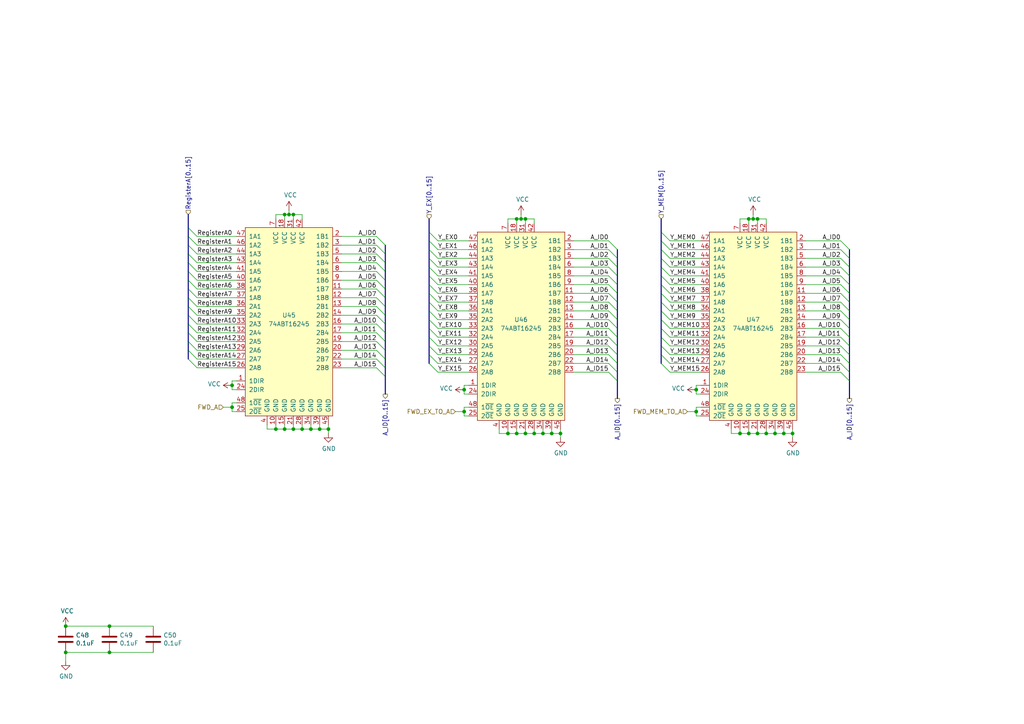
<source format=kicad_sch>
(kicad_sch (version 20230121) (generator eeschema)
  (paper "A4")
  (title_block (date "2023-11-20") (rev "A"))
  (lib_symbols
    (symbol "74xx (kicad5):74AHCT16245_ab" (pin_names (offset 1.016))
      (property "Reference" "U" (at 0 1.27 0))
      (property "Value" "74AHCT16245_ab" (at 0 -1.27 0))
      (symbol "74AHCT16245_ab_0_1"
        (rectangle (start -12.7 26.67) (end 12.7 -27.94) (fill (type background)))
      )
      (symbol "74AHCT16245_ab_1_1"
        (pin input line (at -15.24 -17.78 0) (length 2.54) (name "1DIR") (number "1"))
        (pin power_in line (at -3.81 -30.48 90) (length 2.54) (name "GND") (number "10"))
        (pin tri_state line (at 15.24 8.89 180) (length 2.54) (name "1B7") (number "11"))
        (pin tri_state line (at 15.24 6.35 180) (length 2.54) (name "1B8") (number "12"))
        (pin tri_state line (at 15.24 3.81 180) (length 2.54) (name "2B1") (number "13"))
        (pin tri_state line (at 15.24 1.27 180) (length 2.54) (name "2B2") (number "14"))
        (pin power_in line (at -1.27 -30.48 90) (length 2.54) (name "GND") (number "15"))
        (pin tri_state line (at 15.24 -1.27 180) (length 2.54) (name "2B3") (number "16"))
        (pin tri_state line (at 15.24 -3.81 180) (length 2.54) (name "2B4") (number "17"))
        (pin power_in line (at -1.27 29.21 270) (length 2.54) (name "VCC") (number "18"))
        (pin tri_state line (at 15.24 -6.35 180) (length 2.54) (name "2B5") (number "19"))
        (pin tri_state line (at 15.24 24.13 180) (length 2.54) (name "1B1") (number "2"))
        (pin tri_state line (at 15.24 -8.89 180) (length 2.54) (name "2B6") (number "20"))
        (pin power_in line (at 1.27 -30.48 90) (length 2.54) (name "GND") (number "21"))
        (pin tri_state line (at 15.24 -11.43 180) (length 2.54) (name "2B7") (number "22"))
        (pin tri_state line (at 15.24 -13.97 180) (length 2.54) (name "2B8") (number "23"))
        (pin input line (at -15.24 -20.32 0) (length 2.54) (name "2DIR") (number "24"))
        (pin input line (at -15.24 -26.67 0) (length 2.54) (name "2~{OE}") (number "25"))
        (pin input line (at -15.24 -13.97 0) (length 2.54) (name "2A8") (number "26"))
        (pin input line (at -15.24 -11.43 0) (length 2.54) (name "2A7") (number "27"))
        (pin power_in line (at 3.81 -30.48 90) (length 2.54) (name "GND") (number "28"))
        (pin input line (at -15.24 -8.89 0) (length 2.54) (name "2A6") (number "29"))
        (pin tri_state line (at 15.24 21.59 180) (length 2.54) (name "1B2") (number "3"))
        (pin input line (at -15.24 -6.35 0) (length 2.54) (name "2A5") (number "30"))
        (pin power_in line (at 1.27 29.21 270) (length 2.54) (name "VCC") (number "31"))
        (pin input line (at -15.24 -3.81 0) (length 2.54) (name "2A4") (number "32"))
        (pin input line (at -15.24 -1.27 0) (length 2.54) (name "2A3") (number "33"))
        (pin power_in line (at 6.35 -30.48 90) (length 2.54) (name "GND") (number "34"))
        (pin input line (at -15.24 1.27 0) (length 2.54) (name "2A2") (number "35"))
        (pin input line (at -15.24 3.81 0) (length 2.54) (name "2A1") (number "36"))
        (pin input line (at -15.24 6.35 0) (length 2.54) (name "1A8") (number "37"))
        (pin input line (at -15.24 8.89 0) (length 2.54) (name "1A7") (number "38"))
        (pin power_in line (at 8.89 -30.48 90) (length 2.54) (name "GND") (number "39"))
        (pin power_in line (at -6.35 -30.48 90) (length 2.54) (name "GND") (number "4"))
        (pin input line (at -15.24 11.43 0) (length 2.54) (name "1A6") (number "40"))
        (pin input line (at -15.24 13.97 0) (length 2.54) (name "1A5") (number "41"))
        (pin power_in line (at 3.81 29.21 270) (length 2.54) (name "VCC") (number "42"))
        (pin input line (at -15.24 16.51 0) (length 2.54) (name "1A4") (number "43"))
        (pin input line (at -15.24 19.05 0) (length 2.54) (name "1A3") (number "44"))
        (pin power_in line (at 11.43 -30.48 90) (length 2.54) (name "GND") (number "45"))
        (pin input line (at -15.24 21.59 0) (length 2.54) (name "1A2") (number "46"))
        (pin input line (at -15.24 24.13 0) (length 2.54) (name "1A1") (number "47"))
        (pin input line (at -15.24 -24.13 0) (length 2.54) (name "1~{OE}") (number "48"))
        (pin tri_state line (at 15.24 19.05 180) (length 2.54) (name "1B3") (number "5"))
        (pin tri_state line (at 15.24 16.51 180) (length 2.54) (name "1B4") (number "6"))
        (pin power_in line (at -3.81 29.21 270) (length 2.54) (name "VCC") (number "7"))
        (pin tri_state line (at 15.24 13.97 180) (length 2.54) (name "1B5") (number "8"))
        (pin tri_state line (at 15.24 11.43 180) (length 2.54) (name "1B6") (number "9"))
      )
    )
    (symbol "Device:C" (pin_numbers hide) (pin_names (offset 0.254))
      (property "Reference" "C" (at 0.635 2.54 0))
      (property "Value" "C" (at 0.635 -2.54 0))
      (symbol "C_0_1"
        (polyline (pts (xy -2.032 -0.762) (xy 2.032 -0.762)) (stroke (width 0.508)))
        (polyline (pts (xy -2.032 0.762) (xy 2.032 0.762)) (stroke (width 0.508)))
      )
      (symbol "C_1_1"
        (pin passive line (at 0 3.81 270) (length 2.794) (name "~") (number "1"))
        (pin passive line (at 0 -3.81 90) (length 2.794) (name "~") (number "2"))
      )
    )
    (symbol "power:GND" (power) (pin_names (offset 0))
      (property "Value" "GND" (at 0 -3.81 0))
      (symbol "GND_0_1"
        (polyline (pts (xy 0 0) (xy 0 -1.27) (xy 1.27 -1.27) (xy 0 -2.54) (xy -1.27 -1.27) (xy 0 -1.27)))
      )
      (symbol "GND_1_1"
        (pin power_in line (at 0 0 270) (length 0) hide (name "GND") (number "1"))
      )
    )
    (symbol "power:VCC" (power) (pin_names (offset 0))
      (property "Value" "VCC" (at 0 3.81 0))
      (symbol "VCC_0_1"
        (polyline (pts (xy -0.762 1.27) (xy 0 2.54)))
        (polyline (pts (xy 0 0) (xy 0 2.54)))
        (polyline (pts (xy 0 2.54) (xy 0.762 1.27)))
      )
      (symbol "VCC_1_1"
        (pin power_in line (at 0 0 90) (length 0) hide (name "VCC") (number "1"))
      )
    )
  )
  (junction (at 219.71 125.73))
  (junction (at 152.4 63.5))
  (junction (at 134.62 119.38))
  (junction (at 154.94 125.73))
  (junction (at 80.01 124.46))
  (junction (at 217.17 125.73))
  (junction (at 147.32 125.73))
  (junction (at 217.17 63.5))
  (junction (at 134.62 113.03))
  (junction (at 160.02 125.73))
  (junction (at 83.82 62.23))
  (junction (at 151.13 63.5))
  (junction (at 227.33 125.73))
  (junction (at 82.55 62.23))
  (junction (at 67.31 111.76))
  (junction (at 19.05 181.61))
  (junction (at 224.79 125.73))
  (junction (at 152.4 125.73))
  (junction (at 149.86 63.5))
  (junction (at 162.56 125.73))
  (junction (at 214.63 125.73))
  (junction (at 31.75 181.61))
  (junction (at 201.93 113.03))
  (junction (at 85.09 124.46))
  (junction (at 229.87 125.73))
  (junction (at 92.71 124.46))
  (junction (at 222.25 125.73))
  (junction (at 90.17 124.46))
  (junction (at 201.93 119.38))
  (junction (at 95.25 124.46))
  (junction (at 67.31 118.11))
  (junction (at 219.71 63.5))
  (junction (at 19.05 189.23))
  (junction (at 87.63 124.46))
  (junction (at 82.55 124.46))
  (junction (at 218.44 63.5))
  (junction (at 31.75 189.23))
  (junction (at 149.86 125.73))
  (junction (at 85.09 62.23))
  (junction (at 157.48 125.73))
  (bus_entry (at 194.31 95.25) (size -2.54 -2.54))
  (bus_entry (at 176.53 77.47) (size 2.54 2.54))
  (bus_entry (at 243.84 77.47) (size 2.54 2.54))
  (bus_entry (at 54.61 73.66) (size 2.54 2.54))
  (bus_entry (at 243.84 107.95) (size 2.54 2.54))
  (bus_entry (at 54.61 86.36) (size 2.54 2.54))
  (bus_entry (at 176.53 80.01) (size 2.54 2.54))
  (bus_entry (at 109.22 106.68) (size 2.54 2.54))
  (bus_entry (at 243.84 95.25) (size 2.54 2.54))
  (bus_entry (at 109.22 93.98) (size 2.54 2.54))
  (bus_entry (at 127 85.09) (size -2.54 -2.54))
  (bus_entry (at 176.53 85.09) (size 2.54 2.54))
  (bus_entry (at 127 95.25) (size -2.54 -2.54))
  (bus_entry (at 109.22 96.52) (size 2.54 2.54))
  (bus_entry (at 194.31 107.95) (size -2.54 -2.54))
  (bus_entry (at 109.22 68.58) (size 2.54 2.54))
  (bus_entry (at 194.31 69.85) (size -2.54 -2.54))
  (bus_entry (at 243.84 97.79) (size 2.54 2.54))
  (bus_entry (at 194.31 90.17) (size -2.54 -2.54))
  (bus_entry (at 243.84 100.33) (size 2.54 2.54))
  (bus_entry (at 127 102.87) (size -2.54 -2.54))
  (bus_entry (at 127 87.63) (size -2.54 -2.54))
  (bus_entry (at 54.61 93.98) (size 2.54 2.54))
  (bus_entry (at 176.53 69.85) (size 2.54 2.54))
  (bus_entry (at 194.31 74.93) (size -2.54 -2.54))
  (bus_entry (at 243.84 74.93) (size 2.54 2.54))
  (bus_entry (at 176.53 72.39) (size 2.54 2.54))
  (bus_entry (at 109.22 91.44) (size 2.54 2.54))
  (bus_entry (at 127 90.17) (size -2.54 -2.54))
  (bus_entry (at 194.31 72.39) (size -2.54 -2.54))
  (bus_entry (at 176.53 90.17) (size 2.54 2.54))
  (bus_entry (at 127 77.47) (size -2.54 -2.54))
  (bus_entry (at 243.84 105.41) (size 2.54 2.54))
  (bus_entry (at 127 80.01) (size -2.54 -2.54))
  (bus_entry (at 54.61 91.44) (size 2.54 2.54))
  (bus_entry (at 243.84 69.85) (size 2.54 2.54))
  (bus_entry (at 176.53 100.33) (size 2.54 2.54))
  (bus_entry (at 194.31 105.41) (size -2.54 -2.54))
  (bus_entry (at 243.84 82.55) (size 2.54 2.54))
  (bus_entry (at 54.61 68.58) (size 2.54 2.54))
  (bus_entry (at 194.31 102.87) (size -2.54 -2.54))
  (bus_entry (at 109.22 76.2) (size 2.54 2.54))
  (bus_entry (at 127 92.71) (size -2.54 -2.54))
  (bus_entry (at 194.31 100.33) (size -2.54 -2.54))
  (bus_entry (at 54.61 104.14) (size 2.54 2.54))
  (bus_entry (at 243.84 90.17) (size 2.54 2.54))
  (bus_entry (at 54.61 76.2) (size 2.54 2.54))
  (bus_entry (at 127 100.33) (size -2.54 -2.54))
  (bus_entry (at 194.31 85.09) (size -2.54 -2.54))
  (bus_entry (at 54.61 83.82) (size 2.54 2.54))
  (bus_entry (at 176.53 87.63) (size 2.54 2.54))
  (bus_entry (at 127 74.93) (size -2.54 -2.54))
  (bus_entry (at 176.53 92.71) (size 2.54 2.54))
  (bus_entry (at 176.53 82.55) (size 2.54 2.54))
  (bus_entry (at 127 97.79) (size -2.54 -2.54))
  (bus_entry (at 194.31 77.47) (size -2.54 -2.54))
  (bus_entry (at 194.31 82.55) (size -2.54 -2.54))
  (bus_entry (at 109.22 78.74) (size 2.54 2.54))
  (bus_entry (at 127 105.41) (size -2.54 -2.54))
  (bus_entry (at 109.22 83.82) (size 2.54 2.54))
  (bus_entry (at 109.22 81.28) (size 2.54 2.54))
  (bus_entry (at 243.84 92.71) (size 2.54 2.54))
  (bus_entry (at 109.22 99.06) (size 2.54 2.54))
  (bus_entry (at 194.31 87.63) (size -2.54 -2.54))
  (bus_entry (at 127 69.85) (size -2.54 -2.54))
  (bus_entry (at 194.31 97.79) (size -2.54 -2.54))
  (bus_entry (at 127 107.95) (size -2.54 -2.54))
  (bus_entry (at 127 72.39) (size -2.54 -2.54))
  (bus_entry (at 176.53 105.41) (size 2.54 2.54))
  (bus_entry (at 54.61 66.04) (size 2.54 2.54))
  (bus_entry (at 54.61 101.6) (size 2.54 2.54))
  (bus_entry (at 176.53 97.79) (size 2.54 2.54))
  (bus_entry (at 176.53 102.87) (size 2.54 2.54))
  (bus_entry (at 109.22 71.12) (size 2.54 2.54))
  (bus_entry (at 109.22 101.6) (size 2.54 2.54))
  (bus_entry (at 54.61 96.52) (size 2.54 2.54))
  (bus_entry (at 194.31 92.71) (size -2.54 -2.54))
  (bus_entry (at 54.61 88.9) (size 2.54 2.54))
  (bus_entry (at 243.84 80.01) (size 2.54 2.54))
  (bus_entry (at 194.31 80.01) (size -2.54 -2.54))
  (bus_entry (at 109.22 88.9) (size 2.54 2.54))
  (bus_entry (at 176.53 107.95) (size 2.54 2.54))
  (bus_entry (at 243.84 72.39) (size 2.54 2.54))
  (bus_entry (at 243.84 85.09) (size 2.54 2.54))
  (bus_entry (at 54.61 81.28) (size 2.54 2.54))
  (bus_entry (at 243.84 87.63) (size 2.54 2.54))
  (bus_entry (at 243.84 102.87) (size 2.54 2.54))
  (bus_entry (at 176.53 74.93) (size 2.54 2.54))
  (bus_entry (at 54.61 78.74) (size 2.54 2.54))
  (bus_entry (at 127 82.55) (size -2.54 -2.54))
  (bus_entry (at 109.22 86.36) (size 2.54 2.54))
  (bus_entry (at 54.61 99.06) (size 2.54 2.54))
  (bus_entry (at 176.53 95.25) (size 2.54 2.54))
  (bus_entry (at 109.22 73.66) (size 2.54 2.54))
  (bus_entry (at 109.22 104.14) (size 2.54 2.54))
  (bus_entry (at 54.61 71.12) (size 2.54 2.54))
  (wire (pts (xy 77.47 124.46) (xy 80.01 124.46)))
  (wire (pts (xy 67.31 118.11) (xy 64.77 118.11)))
  (wire (pts (xy 87.63 62.23) (xy 87.63 63.5)))
  (wire (pts (xy 80.01 123.19) (xy 80.01 124.46)))
  (wire (pts (xy 224.79 125.73) (xy 227.33 125.73)))
  (wire (pts (xy 176.53 95.25) (xy 166.37 95.25)))
  (bus (pts (xy 124.46 85.09) (xy 124.46 87.63)))
  (wire (pts (xy 218.44 62.23) (xy 218.44 63.5)))
  (bus (pts (xy 246.38 95.25) (xy 246.38 97.79)))
  (bus (pts (xy 179.07 72.39) (xy 179.07 74.93)))
  (wire (pts (xy 243.84 95.25) (xy 233.68 95.25)))
  (wire (pts (xy 212.09 124.46) (xy 212.09 125.73)))
  (wire (pts (xy 194.31 100.33) (xy 203.2 100.33)))
  (wire (pts (xy 57.15 83.82) (xy 68.58 83.82)))
  (bus (pts (xy 191.77 85.09) (xy 191.77 87.63)))
  (wire (pts (xy 57.15 68.58) (xy 68.58 68.58)))
  (wire (pts (xy 109.22 101.6) (xy 99.06 101.6)))
  (wire (pts (xy 57.15 73.66) (xy 68.58 73.66)))
  (bus (pts (xy 54.61 88.9) (xy 54.61 91.44)))
  (bus (pts (xy 191.77 95.25) (xy 191.77 97.79)))
  (wire (pts (xy 109.22 86.36) (xy 99.06 86.36)))
  (wire (pts (xy 127 97.79) (xy 135.89 97.79)))
  (wire (pts (xy 214.63 63.5) (xy 217.17 63.5)))
  (bus (pts (xy 54.61 68.58) (xy 54.61 71.12)))
  (wire (pts (xy 80.01 62.23) (xy 82.55 62.23)))
  (wire (pts (xy 92.71 124.46) (xy 92.71 123.19)))
  (wire (pts (xy 57.15 88.9) (xy 68.58 88.9)))
  (bus (pts (xy 179.07 85.09) (xy 179.07 87.63)))
  (bus (pts (xy 54.61 86.36) (xy 54.61 88.9)))
  (wire (pts (xy 151.13 62.23) (xy 151.13 63.5)))
  (wire (pts (xy 201.93 118.11) (xy 201.93 119.38)))
  (wire (pts (xy 147.32 64.77) (xy 147.32 63.5)))
  (bus (pts (xy 246.38 105.41) (xy 246.38 107.95)))
  (wire (pts (xy 82.55 62.23) (xy 83.82 62.23)))
  (wire (pts (xy 201.93 113.03) (xy 201.93 114.3)))
  (wire (pts (xy 80.01 63.5) (xy 80.01 62.23)))
  (wire (pts (xy 85.09 124.46) (xy 85.09 123.19)))
  (wire (pts (xy 67.31 110.49) (xy 67.31 111.76)))
  (wire (pts (xy 134.62 119.38) (xy 134.62 120.65)))
  (wire (pts (xy 67.31 111.76) (xy 67.31 113.03)))
  (bus (pts (xy 124.46 67.31) (xy 124.46 69.85)))
  (wire (pts (xy 83.82 60.96) (xy 83.82 62.23)))
  (wire (pts (xy 151.13 63.5) (xy 152.4 63.5)))
  (bus (pts (xy 246.38 102.87) (xy 246.38 105.41)))
  (wire (pts (xy 217.17 125.73) (xy 219.71 125.73)))
  (bus (pts (xy 111.76 76.2) (xy 111.76 78.74)))
  (wire (pts (xy 214.63 124.46) (xy 214.63 125.73)))
  (wire (pts (xy 19.05 191.77) (xy 19.05 189.23)))
  (wire (pts (xy 80.01 124.46) (xy 82.55 124.46)))
  (bus (pts (xy 124.46 92.71) (xy 124.46 95.25)))
  (bus (pts (xy 191.77 102.87) (xy 191.77 105.41)))
  (bus (pts (xy 179.07 105.41) (xy 179.07 107.95)))
  (wire (pts (xy 134.62 118.11) (xy 134.62 119.38)))
  (wire (pts (xy 176.53 82.55) (xy 166.37 82.55)))
  (bus (pts (xy 191.77 100.33) (xy 191.77 102.87)))
  (bus (pts (xy 124.46 102.87) (xy 124.46 105.41)))
  (wire (pts (xy 109.22 104.14) (xy 99.06 104.14)))
  (wire (pts (xy 90.17 124.46) (xy 87.63 124.46)))
  (wire (pts (xy 224.79 125.73) (xy 222.25 125.73)))
  (wire (pts (xy 154.94 63.5) (xy 154.94 64.77)))
  (bus (pts (xy 111.76 96.52) (xy 111.76 99.06)))
  (wire (pts (xy 222.25 63.5) (xy 222.25 64.77)))
  (wire (pts (xy 243.84 74.93) (xy 233.68 74.93)))
  (bus (pts (xy 179.07 82.55) (xy 179.07 85.09)))
  (wire (pts (xy 109.22 99.06) (xy 99.06 99.06)))
  (wire (pts (xy 57.15 91.44) (xy 68.58 91.44)))
  (wire (pts (xy 109.22 71.12) (xy 99.06 71.12)))
  (bus (pts (xy 246.38 80.01) (xy 246.38 82.55)))
  (wire (pts (xy 90.17 124.46) (xy 90.17 123.19)))
  (bus (pts (xy 124.46 63.5) (xy 124.46 67.31)))
  (bus (pts (xy 54.61 99.06) (xy 54.61 101.6)))
  (wire (pts (xy 92.71 124.46) (xy 95.25 124.46)))
  (wire (pts (xy 243.84 102.87) (xy 233.68 102.87)))
  (wire (pts (xy 243.84 92.71) (xy 233.68 92.71)))
  (wire (pts (xy 134.62 111.76) (xy 134.62 113.03)))
  (wire (pts (xy 194.31 69.85) (xy 203.2 69.85)))
  (bus (pts (xy 191.77 97.79) (xy 191.77 100.33)))
  (bus (pts (xy 246.38 92.71) (xy 246.38 95.25)))
  (wire (pts (xy 176.53 90.17) (xy 166.37 90.17)))
  (bus (pts (xy 179.07 102.87) (xy 179.07 105.41)))
  (bus (pts (xy 246.38 85.09) (xy 246.38 87.63)))
  (wire (pts (xy 109.22 83.82) (xy 99.06 83.82)))
  (wire (pts (xy 87.63 124.46) (xy 85.09 124.46)))
  (bus (pts (xy 111.76 106.68) (xy 111.76 109.22)))
  (bus (pts (xy 111.76 73.66) (xy 111.76 76.2)))
  (wire (pts (xy 176.53 77.47) (xy 166.37 77.47)))
  (wire (pts (xy 201.93 111.76) (xy 201.93 113.03)))
  (wire (pts (xy 134.62 120.65) (xy 135.89 120.65)))
  (wire (pts (xy 85.09 62.23) (xy 87.63 62.23)))
  (wire (pts (xy 176.53 107.95) (xy 166.37 107.95)))
  (wire (pts (xy 194.31 90.17) (xy 203.2 90.17)))
  (wire (pts (xy 201.93 119.38) (xy 201.93 120.65)))
  (wire (pts (xy 147.32 63.5) (xy 149.86 63.5)))
  (wire (pts (xy 134.62 119.38) (xy 132.08 119.38)))
  (wire (pts (xy 149.86 124.46) (xy 149.86 125.73)))
  (wire (pts (xy 44.45 189.23) (xy 31.75 189.23)))
  (wire (pts (xy 77.47 123.19) (xy 77.47 124.46)))
  (wire (pts (xy 222.25 125.73) (xy 219.71 125.73)))
  (wire (pts (xy 229.87 125.73) (xy 229.87 124.46)))
  (bus (pts (xy 111.76 71.12) (xy 111.76 73.66)))
  (wire (pts (xy 219.71 64.77) (xy 219.71 63.5)))
  (bus (pts (xy 124.46 87.63) (xy 124.46 90.17)))
  (wire (pts (xy 152.4 63.5) (xy 154.94 63.5)))
  (wire (pts (xy 243.84 107.95) (xy 233.68 107.95)))
  (bus (pts (xy 246.38 72.39) (xy 246.38 74.93)))
  (wire (pts (xy 243.84 85.09) (xy 233.68 85.09)))
  (bus (pts (xy 111.76 99.06) (xy 111.76 101.6)))
  (bus (pts (xy 54.61 62.23) (xy 54.61 66.04)))
  (bus (pts (xy 179.07 87.63) (xy 179.07 90.17)))
  (wire (pts (xy 243.84 105.41) (xy 233.68 105.41)))
  (wire (pts (xy 157.48 125.73) (xy 154.94 125.73)))
  (wire (pts (xy 176.53 97.79) (xy 166.37 97.79)))
  (wire (pts (xy 154.94 125.73) (xy 152.4 125.73)))
  (wire (pts (xy 194.31 72.39) (xy 203.2 72.39)))
  (wire (pts (xy 127 72.39) (xy 135.89 72.39)))
  (bus (pts (xy 111.76 91.44) (xy 111.76 93.98)))
  (wire (pts (xy 219.71 63.5) (xy 222.25 63.5)))
  (bus (pts (xy 54.61 91.44) (xy 54.61 93.98)))
  (bus (pts (xy 124.46 82.55) (xy 124.46 85.09)))
  (wire (pts (xy 154.94 125.73) (xy 154.94 124.46)))
  (wire (pts (xy 176.53 105.41) (xy 166.37 105.41)))
  (wire (pts (xy 160.02 125.73) (xy 160.02 124.46)))
  (bus (pts (xy 54.61 71.12) (xy 54.61 73.66)))
  (bus (pts (xy 111.76 81.28) (xy 111.76 83.82)))
  (bus (pts (xy 111.76 88.9) (xy 111.76 91.44)))
  (wire (pts (xy 57.15 96.52) (xy 68.58 96.52)))
  (wire (pts (xy 194.31 80.01) (xy 203.2 80.01)))
  (bus (pts (xy 246.38 82.55) (xy 246.38 85.09)))
  (bus (pts (xy 246.38 110.49) (xy 246.38 115.57)))
  (bus (pts (xy 179.07 77.47) (xy 179.07 80.01)))
  (wire (pts (xy 90.17 124.46) (xy 92.71 124.46)))
  (wire (pts (xy 127 80.01) (xy 135.89 80.01)))
  (wire (pts (xy 67.31 116.84) (xy 67.31 118.11)))
  (bus (pts (xy 246.38 90.17) (xy 246.38 92.71)))
  (wire (pts (xy 219.71 125.73) (xy 219.71 124.46)))
  (wire (pts (xy 147.32 124.46) (xy 147.32 125.73)))
  (bus (pts (xy 246.38 97.79) (xy 246.38 100.33)))
  (wire (pts (xy 127 90.17) (xy 135.89 90.17)))
  (wire (pts (xy 135.89 118.11) (xy 134.62 118.11)))
  (bus (pts (xy 111.76 104.14) (xy 111.76 106.68)))
  (wire (pts (xy 227.33 125.73) (xy 229.87 125.73)))
  (wire (pts (xy 194.31 102.87) (xy 203.2 102.87)))
  (wire (pts (xy 147.32 125.73) (xy 149.86 125.73)))
  (wire (pts (xy 31.75 189.23) (xy 19.05 189.23)))
  (wire (pts (xy 67.31 113.03) (xy 68.58 113.03)))
  (wire (pts (xy 243.84 90.17) (xy 233.68 90.17)))
  (wire (pts (xy 127 92.71) (xy 135.89 92.71)))
  (bus (pts (xy 191.77 77.47) (xy 191.77 80.01)))
  (wire (pts (xy 67.31 119.38) (xy 68.58 119.38)))
  (wire (pts (xy 127 82.55) (xy 135.89 82.55)))
  (wire (pts (xy 149.86 125.73) (xy 152.4 125.73)))
  (wire (pts (xy 95.25 125.73) (xy 95.25 124.46)))
  (wire (pts (xy 109.22 76.2) (xy 99.06 76.2)))
  (bus (pts (xy 179.07 74.93) (xy 179.07 77.47)))
  (wire (pts (xy 176.53 80.01) (xy 166.37 80.01)))
  (bus (pts (xy 191.77 67.31) (xy 191.77 69.85)))
  (wire (pts (xy 243.84 97.79) (xy 233.68 97.79)))
  (wire (pts (xy 217.17 124.46) (xy 217.17 125.73)))
  (wire (pts (xy 109.22 88.9) (xy 99.06 88.9)))
  (wire (pts (xy 82.55 124.46) (xy 85.09 124.46)))
  (wire (pts (xy 176.53 69.85) (xy 166.37 69.85)))
  (bus (pts (xy 124.46 80.01) (xy 124.46 82.55)))
  (wire (pts (xy 157.48 125.73) (xy 160.02 125.73)))
  (wire (pts (xy 144.78 125.73) (xy 147.32 125.73)))
  (bus (pts (xy 179.07 100.33) (xy 179.07 102.87)))
  (wire (pts (xy 160.02 125.73) (xy 162.56 125.73)))
  (wire (pts (xy 194.31 92.71) (xy 203.2 92.71)))
  (wire (pts (xy 127 107.95) (xy 135.89 107.95)))
  (bus (pts (xy 111.76 109.22) (xy 111.76 114.3)))
  (wire (pts (xy 68.58 110.49) (xy 67.31 110.49)))
  (wire (pts (xy 57.15 81.28) (xy 68.58 81.28)))
  (bus (pts (xy 54.61 83.82) (xy 54.61 86.36)))
  (wire (pts (xy 212.09 125.73) (xy 214.63 125.73)))
  (bus (pts (xy 54.61 101.6) (xy 54.61 104.14)))
  (wire (pts (xy 227.33 125.73) (xy 227.33 124.46)))
  (wire (pts (xy 68.58 116.84) (xy 67.31 116.84)))
  (wire (pts (xy 95.25 124.46) (xy 95.25 123.19)))
  (bus (pts (xy 124.46 77.47) (xy 124.46 80.01)))
  (bus (pts (xy 246.38 74.93) (xy 246.38 77.47)))
  (wire (pts (xy 218.44 63.5) (xy 219.71 63.5)))
  (wire (pts (xy 109.22 68.58) (xy 99.06 68.58)))
  (bus (pts (xy 179.07 110.49) (xy 179.07 115.57)))
  (wire (pts (xy 162.56 127) (xy 162.56 125.73)))
  (bus (pts (xy 191.77 82.55) (xy 191.77 85.09)))
  (bus (pts (xy 246.38 77.47) (xy 246.38 80.01)))
  (wire (pts (xy 194.31 107.95) (xy 203.2 107.95)))
  (wire (pts (xy 224.79 125.73) (xy 224.79 124.46)))
  (wire (pts (xy 85.09 63.5) (xy 85.09 62.23)))
  (wire (pts (xy 19.05 181.61) (xy 31.75 181.61)))
  (wire (pts (xy 229.87 127) (xy 229.87 125.73)))
  (wire (pts (xy 134.62 113.03) (xy 134.62 114.3)))
  (wire (pts (xy 57.15 76.2) (xy 68.58 76.2)))
  (wire (pts (xy 127 87.63) (xy 135.89 87.63)))
  (wire (pts (xy 176.53 74.93) (xy 166.37 74.93)))
  (wire (pts (xy 57.15 78.74) (xy 68.58 78.74)))
  (wire (pts (xy 176.53 87.63) (xy 166.37 87.63)))
  (wire (pts (xy 82.55 123.19) (xy 82.55 124.46)))
  (bus (pts (xy 111.76 83.82) (xy 111.76 86.36)))
  (wire (pts (xy 127 95.25) (xy 135.89 95.25)))
  (bus (pts (xy 191.77 90.17) (xy 191.77 92.71)))
  (wire (pts (xy 243.84 100.33) (xy 233.68 100.33)))
  (wire (pts (xy 243.84 82.55) (xy 233.68 82.55)))
  (wire (pts (xy 203.2 111.76) (xy 201.93 111.76)))
  (wire (pts (xy 194.31 85.09) (xy 203.2 85.09)))
  (wire (pts (xy 214.63 125.73) (xy 217.17 125.73)))
  (bus (pts (xy 191.77 63.5) (xy 191.77 67.31)))
  (bus (pts (xy 179.07 107.95) (xy 179.07 110.49)))
  (bus (pts (xy 191.77 72.39) (xy 191.77 74.93)))
  (wire (pts (xy 194.31 87.63) (xy 203.2 87.63)))
  (wire (pts (xy 135.89 111.76) (xy 134.62 111.76)))
  (bus (pts (xy 124.46 97.79) (xy 124.46 100.33)))
  (bus (pts (xy 54.61 93.98) (xy 54.61 96.52)))
  (bus (pts (xy 111.76 101.6) (xy 111.76 104.14)))
  (wire (pts (xy 31.75 181.61) (xy 44.45 181.61)))
  (wire (pts (xy 127 74.93) (xy 135.89 74.93)))
  (wire (pts (xy 109.22 81.28) (xy 99.06 81.28)))
  (bus (pts (xy 124.46 95.25) (xy 124.46 97.79)))
  (wire (pts (xy 67.31 118.11) (xy 67.31 119.38)))
  (bus (pts (xy 179.07 90.17) (xy 179.07 92.71)))
  (bus (pts (xy 124.46 90.17) (xy 124.46 92.71)))
  (wire (pts (xy 134.62 114.3) (xy 135.89 114.3)))
  (wire (pts (xy 214.63 64.77) (xy 214.63 63.5)))
  (wire (pts (xy 201.93 119.38) (xy 199.39 119.38)))
  (wire (pts (xy 176.53 100.33) (xy 166.37 100.33)))
  (bus (pts (xy 111.76 93.98) (xy 111.76 96.52)))
  (bus (pts (xy 191.77 92.71) (xy 191.77 95.25)))
  (wire (pts (xy 109.22 78.74) (xy 99.06 78.74)))
  (bus (pts (xy 124.46 74.93) (xy 124.46 77.47)))
  (wire (pts (xy 82.55 63.5) (xy 82.55 62.23)))
  (wire (pts (xy 109.22 93.98) (xy 99.06 93.98)))
  (wire (pts (xy 109.22 106.68) (xy 99.06 106.68)))
  (bus (pts (xy 54.61 73.66) (xy 54.61 76.2)))
  (wire (pts (xy 127 102.87) (xy 135.89 102.87)))
  (bus (pts (xy 191.77 69.85) (xy 191.77 72.39)))
  (wire (pts (xy 203.2 118.11) (xy 201.93 118.11)))
  (wire (pts (xy 57.15 101.6) (xy 68.58 101.6)))
  (wire (pts (xy 194.31 77.47) (xy 203.2 77.47)))
  (wire (pts (xy 149.86 63.5) (xy 151.13 63.5)))
  (wire (pts (xy 194.31 97.79) (xy 203.2 97.79)))
  (bus (pts (xy 54.61 66.04) (xy 54.61 68.58)))
  (bus (pts (xy 179.07 80.01) (xy 179.07 82.55)))
  (wire (pts (xy 57.15 71.12) (xy 68.58 71.12)))
  (wire (pts (xy 57.15 106.68) (xy 68.58 106.68)))
  (bus (pts (xy 191.77 80.01) (xy 191.77 82.55)))
  (wire (pts (xy 162.56 125.73) (xy 162.56 124.46)))
  (wire (pts (xy 194.31 82.55) (xy 203.2 82.55)))
  (bus (pts (xy 54.61 76.2) (xy 54.61 78.74)))
  (wire (pts (xy 176.53 85.09) (xy 166.37 85.09)))
  (wire (pts (xy 144.78 124.46) (xy 144.78 125.73)))
  (bus (pts (xy 179.07 92.71) (xy 179.07 95.25)))
  (wire (pts (xy 152.4 64.77) (xy 152.4 63.5)))
  (wire (pts (xy 127 77.47) (xy 135.89 77.47)))
  (wire (pts (xy 57.15 86.36) (xy 68.58 86.36)))
  (wire (pts (xy 127 85.09) (xy 135.89 85.09)))
  (wire (pts (xy 176.53 102.87) (xy 166.37 102.87)))
  (bus (pts (xy 54.61 96.52) (xy 54.61 99.06)))
  (bus (pts (xy 246.38 107.95) (xy 246.38 110.49)))
  (wire (pts (xy 243.84 80.01) (xy 233.68 80.01)))
  (wire (pts (xy 176.53 72.39) (xy 166.37 72.39)))
  (wire (pts (xy 157.48 125.73) (xy 157.48 124.46)))
  (wire (pts (xy 83.82 62.23) (xy 85.09 62.23)))
  (wire (pts (xy 127 100.33) (xy 135.89 100.33)))
  (bus (pts (xy 191.77 87.63) (xy 191.77 90.17)))
  (wire (pts (xy 217.17 64.77) (xy 217.17 63.5)))
  (wire (pts (xy 201.93 120.65) (xy 203.2 120.65)))
  (wire (pts (xy 217.17 63.5) (xy 218.44 63.5)))
  (wire (pts (xy 243.84 77.47) (xy 233.68 77.47)))
  (bus (pts (xy 191.77 74.93) (xy 191.77 77.47)))
  (wire (pts (xy 194.31 74.93) (xy 203.2 74.93)))
  (bus (pts (xy 54.61 81.28) (xy 54.61 83.82)))
  (wire (pts (xy 109.22 73.66) (xy 99.06 73.66)))
  (wire (pts (xy 243.84 72.39) (xy 233.68 72.39)))
  (wire (pts (xy 222.25 125.73) (xy 222.25 124.46)))
  (wire (pts (xy 176.53 92.71) (xy 166.37 92.71)))
  (bus (pts (xy 111.76 78.74) (xy 111.76 81.28)))
  (wire (pts (xy 194.31 105.41) (xy 203.2 105.41)))
  (wire (pts (xy 194.31 95.25) (xy 203.2 95.25)))
  (wire (pts (xy 109.22 96.52) (xy 99.06 96.52)))
  (wire (pts (xy 127 105.41) (xy 135.89 105.41)))
  (wire (pts (xy 87.63 124.46) (xy 87.63 123.19)))
  (wire (pts (xy 243.84 69.85) (xy 233.68 69.85)))
  (wire (pts (xy 57.15 104.14) (xy 68.58 104.14)))
  (wire (pts (xy 57.15 99.06) (xy 68.58 99.06)))
  (bus (pts (xy 246.38 100.33) (xy 246.38 102.87)))
  (bus (pts (xy 124.46 100.33) (xy 124.46 102.87)))
  (bus (pts (xy 179.07 97.79) (xy 179.07 100.33)))
  (wire (pts (xy 127 69.85) (xy 135.89 69.85)))
  (wire (pts (xy 149.86 64.77) (xy 149.86 63.5)))
  (bus (pts (xy 54.61 78.74) (xy 54.61 81.28)))
  (wire (pts (xy 201.93 114.3) (xy 203.2 114.3)))
  (bus (pts (xy 246.38 87.63) (xy 246.38 90.17)))
  (wire (pts (xy 57.15 93.98) (xy 68.58 93.98)))
  (bus (pts (xy 111.76 86.36) (xy 111.76 88.9)))
  (wire (pts (xy 109.22 91.44) (xy 99.06 91.44)))
  (wire (pts (xy 243.84 87.63) (xy 233.68 87.63)))
  (wire (pts (xy 152.4 125.73) (xy 152.4 124.46)))
  (bus (pts (xy 124.46 72.39) (xy 124.46 74.93)))
  (bus (pts (xy 179.07 95.25) (xy 179.07 97.79)))
  (bus (pts (xy 124.46 69.85) (xy 124.46 72.39)))
  (label "RegisterA4" (at 57.15 78.74 0))
  (label "RegisterA3" (at 57.15 76.2 0))
  (label "RegisterA5" (at 57.15 81.28 0))
  (label "A_ID10" (at 176.53 95.25 180))
  (label "A_ID0" (at 176.53 69.85 180))
  (label "A_ID8" (at 176.53 90.17 180))
  (label "A_ID13" (at 243.84 102.87 180))
  (label "Y_MEM13" (at 194.31 102.87 0))
  (label "RegisterA8" (at 57.15 88.9 0))
  (label "Y_EX8" (at 127 90.17 0))
  (label "A_ID3" (at 176.53 77.47 180))
  (label "Y_MEM11" (at 194.31 97.79 0))
  (label "A_ID15" (at 109.22 106.68 180))
  (label "A_ID10" (at 243.84 95.25 180))
  (label "Y_MEM1" (at 194.31 72.39 0))
  (label "A_ID15" (at 176.53 107.95 180))
  (label "Y_MEM14" (at 194.31 105.41 0))
  (label "A_ID14" (at 243.84 105.41 180))
  (label "A_ID9" (at 109.22 91.44 180))
  (label "A_ID6" (at 109.22 83.82 180))
  (label "A_ID6" (at 176.53 85.09 180))
  (label "RegisterA0" (at 57.15 68.58 0))
  (label "A_ID9" (at 243.84 92.71 180))
  (label "RegisterA11" (at 57.15 96.52 0))
  (label "Y_EX10" (at 127 95.25 0))
  (label "Y_EX0" (at 127 69.85 0))
  (label "A_ID4" (at 243.84 80.01 180))
  (label "Y_EX4" (at 127 80.01 0))
  (label "Y_MEM4" (at 194.31 80.01 0))
  (label "Y_EX12" (at 127 100.33 0))
  (label "Y_EX5" (at 127 82.55 0))
  (label "A_ID1" (at 243.84 72.39 180))
  (label "A_ID3" (at 109.22 76.2 180))
  (label "A_ID12" (at 109.22 99.06 180))
  (label "A_ID2" (at 243.84 74.93 180))
  (label "A_ID13" (at 176.53 102.87 180))
  (label "A_ID1" (at 176.53 72.39 180))
  (label "Y_MEM8" (at 194.31 90.17 0))
  (label "Y_EX15" (at 127 107.95 0))
  (label "Y_EX11" (at 127 97.79 0))
  (label "A_ID7" (at 109.22 86.36 180))
  (label "A_ID2" (at 109.22 73.66 180))
  (label "Y_EX7" (at 127 87.63 0))
  (label "A_ID7" (at 243.84 87.63 180))
  (label "RegisterA7" (at 57.15 86.36 0))
  (label "Y_MEM7" (at 194.31 87.63 0))
  (label "Y_MEM9" (at 194.31 92.71 0))
  (label "Y_MEM15" (at 194.31 107.95 0))
  (label "A_ID1" (at 109.22 71.12 180))
  (label "RegisterA15" (at 57.15 106.68 0))
  (label "A_ID5" (at 243.84 82.55 180))
  (label "RegisterA6" (at 57.15 83.82 0))
  (label "A_ID6" (at 243.84 85.09 180))
  (label "RegisterA9" (at 57.15 91.44 0))
  (label "Y_EX1" (at 127 72.39 0))
  (label "Y_MEM2" (at 194.31 74.93 0))
  (label "A_ID13" (at 109.22 101.6 180))
  (label "A_ID11" (at 243.84 97.79 180))
  (label "Y_EX14" (at 127 105.41 0))
  (label "Y_EX9" (at 127 92.71 0))
  (label "A_ID5" (at 109.22 81.28 180))
  (label "Y_MEM0" (at 194.31 69.85 0))
  (label "A_ID0" (at 109.22 68.58 180))
  (label "Y_MEM6" (at 194.31 85.09 0))
  (label "A_ID0" (at 243.84 69.85 180))
  (label "Y_MEM12" (at 194.31 100.33 0))
  (label "RegisterA10" (at 57.15 93.98 0))
  (label "A_ID10" (at 109.22 93.98 180))
  (label "RegisterA2" (at 57.15 73.66 0))
  (label "A_ID4" (at 109.22 78.74 180))
  (label "RegisterA12" (at 57.15 99.06 0))
  (label "A_ID11" (at 176.53 97.79 180))
  (label "A_ID9" (at 176.53 92.71 180))
  (label "A_ID15" (at 243.84 107.95 180))
  (label "Y_MEM3" (at 194.31 77.47 0))
  (label "Y_EX13" (at 127 102.87 0))
  (label "Y_MEM5" (at 194.31 82.55 0))
  (label "Y_EX3" (at 127 77.47 0))
  (label "A_ID4" (at 176.53 80.01 180))
  (label "RegisterA1" (at 57.15 71.12 0))
  (label "Y_MEM10" (at 194.31 95.25 0))
  (label "A_ID11" (at 109.22 96.52 180))
  (label "A_ID12" (at 176.53 100.33 180))
  (label "RegisterA14" (at 57.15 104.14 0))
  (label "A_ID8" (at 243.84 90.17 180))
  (label "A_ID12" (at 243.84 100.33 180))
  (label "A_ID8" (at 109.22 88.9 180))
  (label "A_ID3" (at 243.84 77.47 180))
  (label "A_ID7" (at 176.53 87.63 180))
  (label "A_ID14" (at 109.22 104.14 180))
  (label "A_ID5" (at 176.53 82.55 180))
  (label "Y_EX6" (at 127 85.09 0))
  (label "Y_EX2" (at 127 74.93 0))
  (label "A_ID2" (at 176.53 74.93 180))
  (label "A_ID14" (at 176.53 105.41 180))
  (label "RegisterA13" (at 57.15 101.6 0))
  (hierarchical_label "RegisterA[0..15]" (shape input) (at 54.61 62.23 90))
  (hierarchical_label "Y_EX[0..15]" (shape input) (at 124.46 63.5 90))
  (hierarchical_label "FWD_EX_TO_A" (shape input) (at 132.08 119.38 180))
  (hierarchical_label "FWD_MEM_TO_A" (shape input) (at 199.39 119.38 180))
  (hierarchical_label "A_ID[0..15]" (shape output) (at 246.38 115.57 270))
  (hierarchical_label "A_ID[0..15]" (shape output) (at 111.76 114.3 270))
  (hierarchical_label "Y_MEM[0..15]" (shape input) (at 191.77 63.5 90))
  (hierarchical_label "FWD_A" (shape input) (at 64.77 118.11 180))
  (hierarchical_label "A_ID[0..15]" (shape output) (at 179.07 115.57 270))
  (symbol (lib_id "Device:C") (at 19.05 185.42 0) (unit 1)
    (property "Reference" "C48" (at 21.971 184.2516 0) (effects (justify left)))
    (property "Value" "0.1uF" (at 21.971 186.563 0) (effects (justify left)))
    (property "Footprint" "Capacitor_SMD:C_0603_1608Metric_Pad1.08x0.95mm_HandSolder" (effects hide))
    (property "Mouser" "https://www.mouser.com/ProductDetail/963-EMK107B7104KAHT" (effects hide))
  )
  (symbol (lib_id "power:VCC") (at 67.31 111.76 90) (unit 1)
    (property "Reference" "#PWR0315" (effects hide))
    (property "Value" "VCC" (at 64.0842 111.379 90) (effects (justify left)))
  )
  (symbol (lib_id "power:GND") (at 229.87 127 0) (unit 1)
    (property "Reference" "#PWR0323" (effects hide))
    (property "Value" "GND" (at 229.997 131.3942 0))
  )
  (symbol (lib_id "power:VCC") (at 218.44 62.23 0) (unit 1)
    (property "Reference" "#PWR0322" (effects hide))
    (property "Value" "VCC" (at 218.8718 57.8358 0))
  )
  (symbol (lib_id "Device:C") (at 31.75 185.42 0) (unit 1)
    (property "Reference" "C49" (at 34.671 184.2516 0) (effects (justify left)))
    (property "Value" "0.1uF" (at 34.671 186.563 0) (effects (justify left)))
    (property "Footprint" "Capacitor_SMD:C_0603_1608Metric_Pad1.08x0.95mm_HandSolder" (effects hide))
    (property "Mouser" "https://www.mouser.com/ProductDetail/963-EMK107B7104KAHT" (effects hide))
  )
  (symbol (lib_id "power:VCC") (at 19.05 181.61 0) (unit 1)
    (property "Reference" "#PWR0313" (effects hide))
    (property "Value" "VCC" (at 19.4818 177.2158 0))
  )
  (symbol (lib_id "power:GND") (at 19.05 191.77 0) (unit 1)
    (property "Reference" "#PWR0314" (effects hide))
    (property "Value" "GND" (at 19.177 196.1642 0))
  )
  (symbol (lib_id "Device:C") (at 44.45 185.42 0) (unit 1)
    (property "Reference" "C50" (at 47.371 184.2516 0) (effects (justify left)))
    (property "Value" "0.1uF" (at 47.371 186.563 0) (effects (justify left)))
    (property "Footprint" "Capacitor_SMD:C_0603_1608Metric_Pad1.08x0.95mm_HandSolder" (effects hide))
    (property "Mouser" "https://www.mouser.com/ProductDetail/963-EMK107B7104KAHT" (effects hide))
  )
  (symbol (lib_id "power:VCC") (at 83.82 60.96 0) (unit 1)
    (property "Reference" "#PWR0316" (effects hide))
    (property "Value" "VCC" (at 84.2518 56.5658 0))
  )
  (symbol (lib_id "power:GND") (at 95.25 125.73 0) (unit 1)
    (property "Reference" "#PWR0317" (effects hide))
    (property "Value" "GND" (at 95.377 130.1242 0))
  )
  (symbol (lib_id "74xx (kicad5):74AHCT16245_ab") (at 83.82 92.71 0) (unit 1)
    (property "Reference" "U45" (at 83.82 91.44 0))
    (property "Value" "74ABT16245" (at 83.82 93.98 0))
    (property "Footprint" "Package_SO:TSSOP-48_6.1x12.5mm_P0.5mm" (effects hide))
    (property "Datasheet" "https://www.ti.com/general/docs/suppproductinfo.tsp?distId=26&gotoUrl=https://www.ti.com/lit/gpn/sn74abt16245a" (effects hide))
    (property "Mouser" "https://www.mouser.com/ProductDetail/Texas-Instruments/74ABT16245ADGGRG4?qs=AsTZqt%2FmeqlOzxDYtxnpKQ%3D%3D" (effects hide))
  )
  (symbol (lib_id "74xx (kicad5):74AHCT16245_ab") (at 151.13 93.98 0) (unit 1)
    (property "Reference" "U46" (at 151.13 92.71 0))
    (property "Value" "74ABT16245" (at 151.13 95.25 0))
    (property "Footprint" "Package_SO:TSSOP-48_6.1x12.5mm_P0.5mm" (effects hide))
    (property "Datasheet" "https://www.ti.com/general/docs/suppproductinfo.tsp?distId=26&gotoUrl=https://www.ti.com/lit/gpn/sn74abt16245a" (effects hide))
    (property "Mouser" "https://www.mouser.com/ProductDetail/Texas-Instruments/74ABT16245ADGGRG4?qs=AsTZqt%2FmeqlOzxDYtxnpKQ%3D%3D" (effects hide))
  )
  (symbol (lib_id "power:VCC") (at 134.62 113.03 90) (unit 1)
    (property "Reference" "#PWR0318" (effects hide))
    (property "Value" "VCC" (at 131.3942 112.649 90) (effects (justify left)))
  )
  (symbol (lib_id "power:GND") (at 162.56 127 0) (unit 1)
    (property "Reference" "#PWR0320" (effects hide))
    (property "Value" "GND" (at 162.687 131.3942 0))
  )
  (symbol (lib_id "power:VCC") (at 151.13 62.23 0) (unit 1)
    (property "Reference" "#PWR0319" (effects hide))
    (property "Value" "VCC" (at 151.5618 57.8358 0))
  )
  (symbol (lib_id "74xx (kicad5):74AHCT16245_ab") (at 218.44 93.98 0) (unit 1)
    (property "Reference" "U47" (at 218.44 92.71 0))
    (property "Value" "74ABT16245" (at 218.44 95.25 0))
    (property "Footprint" "Package_SO:TSSOP-48_6.1x12.5mm_P0.5mm" (effects hide))
    (property "Datasheet" "https://www.ti.com/general/docs/suppproductinfo.tsp?distId=26&gotoUrl=https://www.ti.com/lit/gpn/sn74abt16245a" (effects hide))
    (property "Mouser" "https://www.mouser.com/ProductDetail/Texas-Instruments/74ABT16245ADGGRG4?qs=AsTZqt%2FmeqlOzxDYtxnpKQ%3D%3D" (effects hide))
  )
  (symbol (lib_id "power:VCC") (at 201.93 113.03 90) (unit 1)
    (property "Reference" "#PWR0321" (effects hide))
    (property "Value" "VCC" (at 198.7042 112.649 90) (effects (justify left)))
  )
)
</source>
